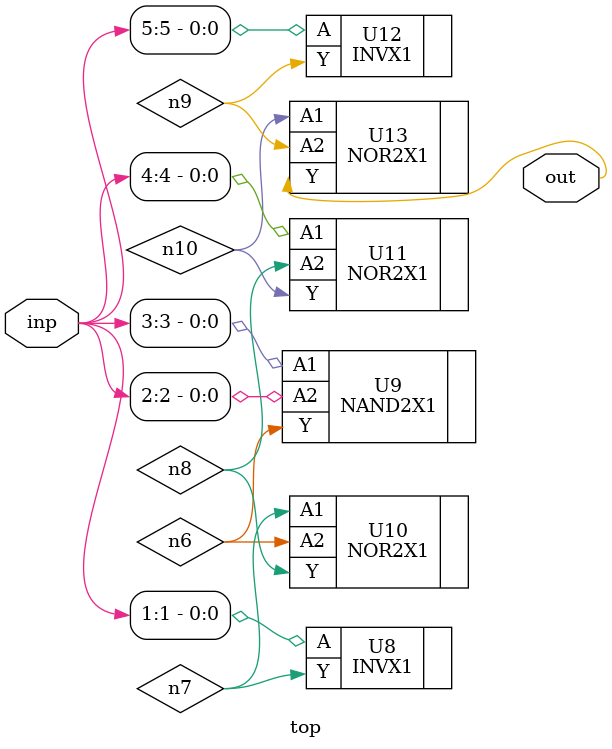
<source format=sv>


module top ( inp, out );
  input [5:0] inp;
  output out;
  wire   n6, n7, n8, n9, n10;

  INVX1 U8 ( .A(inp[1]), .Y(n7) );
  NAND2X1 U9 ( .A1(inp[3]), .A2(inp[2]), .Y(n6) );
  NOR2X1 U10 ( .A1(n7), .A2(n6), .Y(n8) );
  NOR2X1 U11 ( .A1(inp[4]), .A2(n8), .Y(n10) );
  INVX1 U12 ( .A(inp[5]), .Y(n9) );
  NOR2X1 U13 ( .A1(n10), .A2(n9), .Y(out) );
endmodule


</source>
